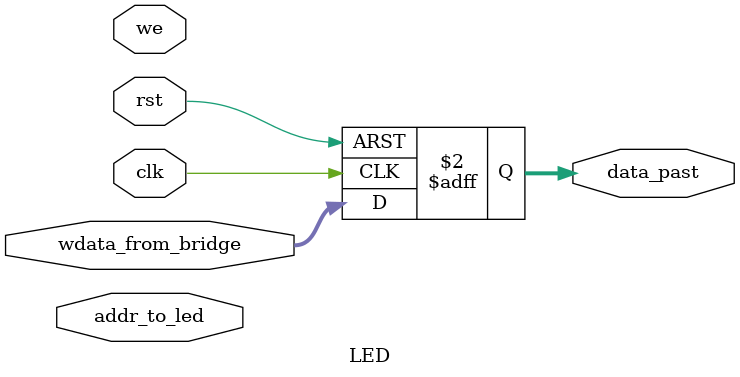
<source format=v>
`timescale 1ns / 1ps


module LED(
    input wire clk,rst,we,
    input wire [31:0] addr_to_led,
    input wire [23:0] wdata_from_bridge,
    output reg [23:0] data_past
    );
    
    always@(posedge clk or posedge rst)begin
        if(rst) data_past <= 0;
        else data_past <= wdata_from_bridge;
    end

endmodule


</source>
